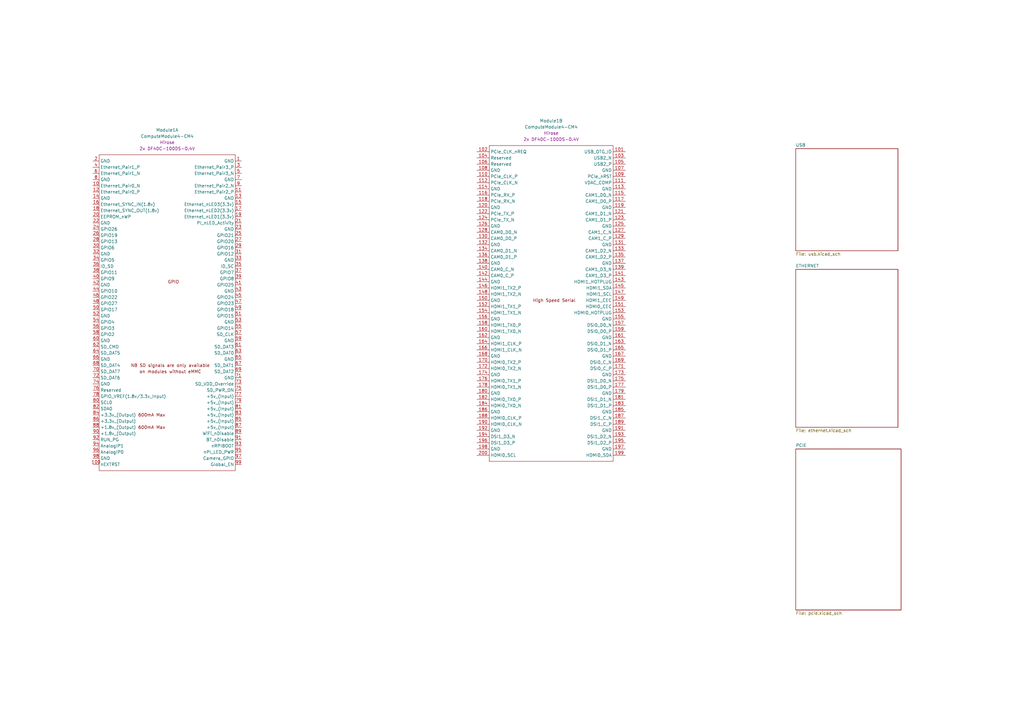
<source format=kicad_sch>
(kicad_sch (version 20250114) (generator "eeschema") (generator_version "9.0")
  (paper "A3")
  (lib_symbols
    (symbol "CM4IO:ComputeModule4-CM4"
      (property "Reference" "Module" (at 113.03 -68.58 0))
      (property "Value" "ComputeModule4-CM4" (at 140.97 2.54 0))
      (property "Field4" "Hirose" (at 0 0 0))
      (property "Field5" "2x DF40C-100DS-0.4V" (at 0 -2.54 0))
      (symbol "ComputeModule4-CM4_1_0"
        (text "GPIO" (at 0 6.35 0) (effects (font (size 1.27 1.27))))
      )
      (symbol "ComputeModule4-CM4_1_1"
        (rectangle (start -30.48 -71.12) (end 25.4 58.42))
        (text "600mA Max" (at -8.89 -48.26 0) (effects (font (size 1.27 1.27))))
        (text "600mA Max" (at -8.89 -53.34 0) (effects (font (size 1.27 1.27))))
        (text "NB SD signals are only available" (at -1.27 -27.94 0) (effects (font (size 1.27 1.27))))
        (text "on modules without eMMC" (at -1.27 -30.48 0) (effects (font (size 1.27 1.27))))
        (pin power_in line (at -33.02 55.88 0) (length 2.54) (name "GND") (number "2"))
        (pin passive line (at -33.02 53.34 0) (length 2.54) (name "Ethernet_Pair1_P") (number "4"))
        (pin passive line (at -33.02 50.8 0) (length 2.54) (name "Ethernet_Pair1_N") (number "6"))
        (pin power_in line (at -33.02 48.26 0) (length 2.54) (name "GND") (number "8"))
        (pin passive line (at -33.02 45.72 0) (length 2.54) (name "Ethernet_Pair0_N") (number "10"))
        (pin passive line (at -33.02 43.18 0) (length 2.54) (name "Ethernet_Pair0_P") (number "12"))
        (pin power_in line (at -33.02 40.64 0) (length 2.54) (name "GND") (number "14"))
        (pin input line (at -33.02 38.1 0) (length 2.54) (name "Ethernet_SYNC_IN(1.8v)") (number "16"))
        (pin input line (at -33.02 35.56 0) (length 2.54) (name "Ethernet_SYNC_OUT(1.8v)") (number "18"))
        (pin passive line (at -33.02 33.02 0) (length 2.54) (name "EEPROM_nWP") (number "20"))
        (pin power_in line (at -33.02 30.48 0) (length 2.54) (name "GND") (number "22"))
        (pin passive line (at -33.02 27.94 0) (length 2.54) (name "GPIO26") (number "24"))
        (pin passive line (at -33.02 25.4 0) (length 2.54) (name "GPIO19") (number "26"))
        (pin passive line (at -33.02 22.86 0) (length 2.54) (name "GPIO13") (number "28"))
        (pin passive line (at -33.02 20.32 0) (length 2.54) (name "GPIO6") (number "30"))
        (pin power_in line (at -33.02 17.78 0) (length 2.54) (name "GND") (number "32"))
        (pin passive line (at -33.02 15.24 0) (length 2.54) (name "GPIO5") (number "34"))
        (pin passive line (at -33.02 12.7 0) (length 2.54) (name "ID_SD") (number "36"))
        (pin passive line (at -33.02 10.16 0) (length 2.54) (name "GPIO11") (number "38"))
        (pin passive line (at -33.02 7.62 0) (length 2.54) (name "GPIO9") (number "40"))
        (pin power_in line (at -33.02 5.08 0) (length 2.54) (name "GND") (number "42"))
        (pin passive line (at -33.02 2.54 0) (length 2.54) (name "GPIO10") (number "44"))
        (pin passive line (at -33.02 0 0) (length 2.54) (name "GPIO22") (number "46"))
        (pin passive line (at -33.02 -2.54 0) (length 2.54) (name "GPIO27") (number "48"))
        (pin passive line (at -33.02 -5.08 0) (length 2.54) (name "GPIO17") (number "50"))
        (pin power_in line (at -33.02 -7.62 0) (length 2.54) (name "GND") (number "52"))
        (pin passive line (at -33.02 -10.16 0) (length 2.54) (name "GPIO4") (number "54"))
        (pin passive line (at -33.02 -12.7 0) (length 2.54) (name "GPIO3") (number "56"))
        (pin passive line (at -33.02 -15.24 0) (length 2.54) (name "GPIO2") (number "58"))
        (pin power_in line (at -33.02 -17.78 0) (length 2.54) (name "GND") (number "60"))
        (pin passive line (at -33.02 -20.32 0) (length 2.54) (name "SD_CMD") (number "62"))
        (pin passive line (at -33.02 -22.86 0) (length 2.54) (name "SD_DAT5") (number "64"))
        (pin power_in line (at -33.02 -25.4 0) (length 2.54) (name "GND") (number "66"))
        (pin passive line (at -33.02 -27.94 0) (length 2.54) (name "SD_DAT4") (number "68"))
        (pin passive line (at -33.02 -30.48 0) (length 2.54) (name "SD_DAT7") (number "70"))
        (pin passive line (at -33.02 -33.02 0) (length 2.54) (name "SD_DAT6") (number "72"))
        (pin power_in line (at -33.02 -35.56 0) (length 2.54) (name "GND") (number "74"))
        (pin passive line (at -33.02 -38.1 0) (length 2.54) (name "Reserved") (number "76"))
        (pin power_in line (at -33.02 -40.64 0) (length 2.54) (name "GPIO_VREF(1.8v/3.3v_Input)") (number "78"))
        (pin passive line (at -33.02 -43.18 0) (length 2.54) (name "SCL0") (number "80"))
        (pin passive line (at -33.02 -45.72 0) (length 2.54) (name "SDA0") (number "82"))
        (pin power_out line (at -33.02 -48.26 0) (length 2.54) (name "+3.3v_(Output)") (number "84"))
        (pin power_out line (at -33.02 -50.8 0) (length 2.54) (name "+3.3v_(Output)") (number "86"))
        (pin power_out line (at -33.02 -53.34 0) (length 2.54) (name "+1.8v_(Output)") (number "88"))
        (pin power_out line (at -33.02 -55.88 0) (length 2.54) (name "+1.8v_(Output)") (number "90"))
        (pin passive line (at -33.02 -58.42 0) (length 2.54) (name "RUN_PG") (number "92"))
        (pin passive line (at -33.02 -60.96 0) (length 2.54) (name "AnalogIP1") (number "94"))
        (pin passive line (at -33.02 -63.5 0) (length 2.54) (name "AnalogIP0") (number "96"))
        (pin power_in line (at -33.02 -66.04 0) (length 2.54) (name "GND") (number "98"))
        (pin output line (at -33.02 -68.58 0) (length 2.54) (name "nEXTRST") (number "100"))
        (pin power_in line (at 27.94 55.88 180) (length 2.54) (name "GND") (number "1"))
        (pin passive line (at 27.94 53.34 180) (length 2.54) (name "Ethernet_Pair3_P") (number "3"))
        (pin passive line (at 27.94 50.8 180) (length 2.54) (name "Ethernet_Pair3_N") (number "5"))
        (pin power_in line (at 27.94 48.26 180) (length 2.54) (name "GND") (number "7"))
        (pin passive line (at 27.94 45.72 180) (length 2.54) (name "Ethernet_Pair2_N") (number "9"))
        (pin passive line (at 27.94 43.18 180) (length 2.54) (name "Ethernet_Pair2_P") (number "11"))
        (pin power_in line (at 27.94 40.64 180) (length 2.54) (name "GND") (number "13"))
        (pin output line (at 27.94 38.1 180) (length 2.54) (name "Ethernet_nLED3(3.3v)") (number "15"))
        (pin output line (at 27.94 35.56 180) (length 2.54) (name "Ethernet_nLED2(3.3v)") (number "17"))
        (pin output line (at 27.94 33.02 180) (length 2.54) (name "Ethernet_nLED1(3.3v)") (number "19"))
        (pin open_collector line (at 27.94 30.48 180) (length 2.54) (name "PI_nLED_Activity") (number "21"))
        (pin power_in line (at 27.94 27.94 180) (length 2.54) (name "GND") (number "23"))
        (pin passive line (at 27.94 25.4 180) (length 2.54) (name "GPIO21") (number "25"))
        (pin passive line (at 27.94 22.86 180) (length 2.54) (name "GPIO20") (number "27"))
        (pin passive line (at 27.94 20.32 180) (length 2.54) (name "GPIO16") (number "29"))
        (pin passive line (at 27.94 17.78 180) (length 2.54) (name "GPIO12") (number "31"))
        (pin power_in line (at 27.94 15.24 180) (length 2.54) (name "GND") (number "33"))
        (pin passive line (at 27.94 12.7 180) (length 2.54) (name "ID_SC") (number "35"))
        (pin passive line (at 27.94 10.16 180) (length 2.54) (name "GPIO7") (number "37"))
        (pin passive line (at 27.94 7.62 180) (length 2.54) (name "GPIO8") (number "39"))
        (pin passive line (at 27.94 5.08 180) (length 2.54) (name "GPIO25") (number "41"))
        (pin power_in line (at 27.94 2.54 180) (length 2.54) (name "GND") (number "43"))
        (pin passive line (at 27.94 0 180) (length 2.54) (name "GPIO24") (number "45"))
        (pin passive line (at 27.94 -2.54 180) (length 2.54) (name "GPIO23") (number "47"))
        (pin passive line (at 27.94 -5.08 180) (length 2.54) (name "GPIO18") (number "49"))
        (pin passive line (at 27.94 -7.62 180) (length 2.54) (name "GPIO15") (number "51"))
        (pin power_in line (at 27.94 -10.16 180) (length 2.54) (name "GND") (number "53"))
        (pin passive line (at 27.94 -12.7 180) (length 2.54) (name "GPIO14") (number "55"))
        (pin passive line (at 27.94 -15.24 180) (length 2.54) (name "SD_CLK") (number "57"))
        (pin power_in line (at 27.94 -17.78 180) (length 2.54) (name "GND") (number "59"))
        (pin passive line (at 27.94 -20.32 180) (length 2.54) (name "SD_DAT3") (number "61"))
        (pin passive line (at 27.94 -22.86 180) (length 2.54) (name "SD_DAT0") (number "63"))
        (pin power_in line (at 27.94 -25.4 180) (length 2.54) (name "GND") (number "65"))
        (pin passive line (at 27.94 -27.94 180) (length 2.54) (name "SD_DAT1") (number "67"))
        (pin passive line (at 27.94 -30.48 180) (length 2.54) (name "SD_DAT2") (number "69"))
        (pin power_in line (at 27.94 -33.02 180) (length 2.54) (name "GND") (number "71"))
        (pin input line (at 27.94 -35.56 180) (length 2.54) (name "SD_VDD_Override") (number "73"))
        (pin output line (at 27.94 -38.1 180) (length 2.54) (name "SD_PWR_ON") (number "75"))
        (pin power_in line (at 27.94 -40.64 180) (length 2.54) (name "+5v_(Input)") (number "77"))
        (pin power_in line (at 27.94 -43.18 180) (length 2.54) (name "+5v_(Input)") (number "79"))
        (pin power_in line (at 27.94 -45.72 180) (length 2.54) (name "+5v_(Input)") (number "81"))
        (pin power_in line (at 27.94 -48.26 180) (length 2.54) (name "+5v_(Input)") (number "83"))
        (pin power_in line (at 27.94 -50.8 180) (length 2.54) (name "+5v_(Input)") (number "85"))
        (pin power_in line (at 27.94 -53.34 180) (length 2.54) (name "+5v_(Input)") (number "87"))
        (pin power_in line (at 27.94 -55.88 180) (length 2.54) (name "WiFi_nDisable") (number "89"))
        (pin power_in line (at 27.94 -58.42 180) (length 2.54) (name "BT_nDisable") (number "91"))
        (pin input line (at 27.94 -60.96 180) (length 2.54) (name "nRPIBOOT") (number "93"))
        (pin output line (at 27.94 -63.5 180) (length 2.54) (name "nPI_LED_PWR") (number "95"))
        (pin passive line (at 27.94 -66.04 180) (length 2.54) (name "Camera_GPIO") (number "97"))
        (pin input line (at 27.94 -68.58 180) (length 2.54) (name "Global_EN") (number "99"))
      )
      (symbol "ComputeModule4-CM4_2_1"
        (rectangle (start 114.3 -66.04) (end 165.1 63.5))
        (text "High Speed Serial" (at 140.97 0 0) (effects (font (size 1.27 1.27))))
        (pin input line (at 109.22 60.96 0) (length 5.08) (name "PCIe_CLK_nREQ") (number "102"))
        (pin passive line (at 109.22 58.42 0) (length 5.08) (name "Reserved") (number "104"))
        (pin passive line (at 109.22 55.88 0) (length 5.08) (name "Reserved") (number "106"))
        (pin power_in line (at 109.22 53.34 0) (length 5.08) (name "GND") (number "108"))
        (pin output line (at 109.22 50.8 0) (length 5.08) (name "PCIe_CLK_P") (number "110"))
        (pin output line (at 109.22 48.26 0) (length 5.08) (name "PCIe_CLK_N") (number "112"))
        (pin power_in line (at 109.22 45.72 0) (length 5.08) (name "GND") (number "114"))
        (pin input line (at 109.22 43.18 0) (length 5.08) (name "PCIe_RX_P") (number "116"))
        (pin input line (at 109.22 40.64 0) (length 5.08) (name "PCIe_RX_N") (number "118"))
        (pin power_in line (at 109.22 38.1 0) (length 5.08) (name "GND") (number "120"))
        (pin output line (at 109.22 35.56 0) (length 5.08) (name "PCIe_TX_P") (number "122"))
        (pin output line (at 109.22 33.02 0) (length 5.08) (name "PCIe_TX_N") (number "124"))
        (pin power_in line (at 109.22 30.48 0) (length 5.08) (name "GND") (number "126"))
        (pin input line (at 109.22 27.94 0) (length 5.08) (name "CAM0_D0_N") (number "128"))
        (pin input line (at 109.22 25.4 0) (length 5.08) (name "CAM0_D0_P") (number "130"))
        (pin power_in line (at 109.22 22.86 0) (length 5.08) (name "GND") (number "132"))
        (pin input line (at 109.22 20.32 0) (length 5.08) (name "CAM0_D1_N") (number "134"))
        (pin input line (at 109.22 17.78 0) (length 5.08) (name "CAM0_D1_P") (number "136"))
        (pin power_in line (at 109.22 15.24 0) (length 5.08) (name "GND") (number "138"))
        (pin input line (at 109.22 12.7 0) (length 5.08) (name "CAM0_C_N") (number "140"))
        (pin input line (at 109.22 10.16 0) (length 5.08) (name "CAM0_C_P") (number "142"))
        (pin power_in line (at 109.22 7.62 0) (length 5.08) (name "GND") (number "144"))
        (pin output line (at 109.22 5.08 0) (length 5.08) (name "HDMI1_TX2_P") (number "146"))
        (pin output line (at 109.22 2.54 0) (length 5.08) (name "HDMI1_TX2_N") (number "148"))
        (pin power_in line (at 109.22 0 0) (length 5.08) (name "GND") (number "150"))
        (pin output line (at 109.22 -2.54 0) (length 5.08) (name "HDMI1_TX1_P") (number "152"))
        (pin output line (at 109.22 -5.08 0) (length 5.08) (name "HDMI1_TX1_N") (number "154"))
        (pin power_in line (at 109.22 -7.62 0) (length 5.08) (name "GND") (number "156"))
        (pin output line (at 109.22 -10.16 0) (length 5.08) (name "HDMI1_TX0_P") (number "158"))
        (pin output line (at 109.22 -12.7 0) (length 5.08) (name "HDMI1_TX0_N") (number "160"))
        (pin power_in line (at 109.22 -15.24 0) (length 5.08) (name "GND") (number "162"))
        (pin output line (at 109.22 -17.78 0) (length 5.08) (name "HDMI1_CLK_P") (number "164"))
        (pin output line (at 109.22 -20.32 0) (length 5.08) (name "HDMI1_CLK_N") (number "166"))
        (pin power_in line (at 109.22 -22.86 0) (length 5.08) (name "GND") (number "168"))
        (pin output line (at 109.22 -25.4 0) (length 5.08) (name "HDMI0_TX2_P") (number "170"))
        (pin output line (at 109.22 -27.94 0) (length 5.08) (name "HDMI0_TX2_N") (number "172"))
        (pin power_in line (at 109.22 -30.48 0) (length 5.08) (name "GND") (number "174"))
        (pin output line (at 109.22 -33.02 0) (length 5.08) (name "HDMI0_TX1_P") (number "176"))
        (pin output line (at 109.22 -35.56 0) (length 5.08) (name "HDMI0_TX1_N") (number "178"))
        (pin power_in line (at 109.22 -38.1 0) (length 5.08) (name "GND") (number "180"))
        (pin output line (at 109.22 -40.64 0) (length 5.08) (name "HDMI0_TX0_P") (number "182"))
        (pin output line (at 109.22 -43.18 0) (length 5.08) (name "HDMI0_TX0_N") (number "184"))
        (pin power_in line (at 109.22 -45.72 0) (length 5.08) (name "GND") (number "186"))
        (pin output line (at 109.22 -48.26 0) (length 5.08) (name "HDMI0_CLK_P") (number "188"))
        (pin output line (at 109.22 -50.8 0) (length 5.08) (name "HDMI0_CLK_N") (number "190"))
        (pin power_in line (at 109.22 -53.34 0) (length 5.08) (name "GND") (number "192"))
        (pin output line (at 109.22 -55.88 0) (length 5.08) (name "DSI1_D3_N") (number "194"))
        (pin output line (at 109.22 -58.42 0) (length 5.08) (name "DSI1_D3_P") (number "196"))
        (pin power_in line (at 109.22 -60.96 0) (length 5.08) (name "GND") (number "198"))
        (pin open_collector line (at 109.22 -63.5 0) (length 5.08) (name "HDMI0_SCL") (number "200"))
        (pin input line (at 170.18 60.96 180) (length 5.08) (name "USB_OTG_ID") (number "101"))
        (pin passive line (at 170.18 58.42 180) (length 5.08) (name "USB2_N") (number "103"))
        (pin passive line (at 170.18 55.88 180) (length 5.08) (name "USB2_P") (number "105"))
        (pin power_in line (at 170.18 53.34 180) (length 5.08) (name "GND") (number "107"))
        (pin bidirectional line (at 170.18 50.8 180) (length 5.08) (name "PCIe_nRST") (number "109"))
        (pin passive line (at 170.18 48.26 180) (length 5.08) (name "VDAC_COMP") (number "111"))
        (pin power_in line (at 170.18 45.72 180) (length 5.08) (name "GND") (number "113"))
        (pin input line (at 170.18 43.18 180) (length 5.08) (name "CAM1_D0_N") (number "115"))
        (pin input line (at 170.18 40.64 180) (length 5.08) (name "CAM1_D0_P") (number "117"))
        (pin power_in line (at 170.18 38.1 180) (length 5.08) (name "GND") (number "119"))
        (pin input line (at 170.18 35.56 180) (length 5.08) (name "CAM1_D1_N") (number "121"))
        (pin input line (at 170.18 33.02 180) (length 5.08) (name "CAM1_D1_P") (number "123"))
        (pin power_in line (at 170.18 30.48 180) (length 5.08) (name "GND") (number "125"))
        (pin input line (at 170.18 27.94 180) (length 5.08) (name "CAM1_C_N") (number "127"))
        (pin input line (at 170.18 25.4 180) (length 5.08) (name "CAM1_C_P") (number "129"))
        (pin power_in line (at 170.18 22.86 180) (length 5.08) (name "GND") (number "131"))
        (pin input line (at 170.18 20.32 180) (length 5.08) (name "CAM1_D2_N") (number "133"))
        (pin input line (at 170.18 17.78 180) (length 5.08) (name "CAM1_D2_P") (number "135"))
        (pin power_in line (at 170.18 15.24 180) (length 5.08) (name "GND") (number "137"))
        (pin input line (at 170.18 12.7 180) (length 5.08) (name "CAM1_D3_N") (number "139"))
        (pin input line (at 170.18 10.16 180) (length 5.08) (name "CAM1_D3_P") (number "141"))
        (pin input line (at 170.18 7.62 180) (length 5.08) (name "HDMI1_HOTPLUG") (number "143"))
        (pin bidirectional line (at 170.18 5.08 180) (length 5.08) (name "HDMI1_SDA") (number "145"))
        (pin open_collector line (at 170.18 2.54 180) (length 5.08) (name "HDMI1_SCL") (number "147"))
        (pin open_collector line (at 170.18 0 180) (length 5.08) (name "HDMI1_CEC") (number "149"))
        (pin open_collector line (at 170.18 -2.54 180) (length 5.08) (name "HDMI0_CEC") (number "151"))
        (pin input line (at 170.18 -5.08 180) (length 5.08) (name "HDMI0_HOTPLUG") (number "153"))
        (pin power_in line (at 170.18 -7.62 180) (length 5.08) (name "GND") (number "155"))
        (pin output line (at 170.18 -10.16 180) (length 5.08) (name "DSI0_D0_N") (number "157"))
        (pin output line (at 170.18 -12.7 180) (length 5.08) (name "DSI0_D0_P") (number "159"))
        (pin power_in line (at 170.18 -15.24 180) (length 5.08) (name "GND") (number "161"))
        (pin output line (at 170.18 -17.78 180) (length 5.08) (name "DSI0_D1_N") (number "163"))
        (pin output line (at 170.18 -20.32 180) (length 5.08) (name "DSI0_D1_P") (number "165"))
        (pin power_in line (at 170.18 -22.86 180) (length 5.08) (name "GND") (number "167"))
        (pin output line (at 170.18 -25.4 180) (length 5.08) (name "DSI0_C_N") (number "169"))
        (pin output line (at 170.18 -27.94 180) (length 5.08) (name "DSI0_C_P") (number "171"))
        (pin power_in line (at 170.18 -30.48 180) (length 5.08) (name "GND") (number "173"))
        (pin output line (at 170.18 -33.02 180) (length 5.08) (name "DSI1_D0_N") (number "175"))
        (pin output line (at 170.18 -35.56 180) (length 5.08) (name "DSI1_D0_P") (number "177"))
        (pin power_in line (at 170.18 -38.1 180) (length 5.08) (name "GND") (number "179"))
        (pin output line (at 170.18 -40.64 180) (length 5.08) (name "DSI1_D1_N") (number "181"))
        (pin output line (at 170.18 -43.18 180) (length 5.08) (name "DSI1_D1_P") (number "183"))
        (pin power_in line (at 170.18 -45.72 180) (length 5.08) (name "GND") (number "185"))
        (pin output line (at 170.18 -48.26 180) (length 5.08) (name "DSI1_C_N") (number "187"))
        (pin output line (at 170.18 -50.8 180) (length 5.08) (name "DSI1_C_P") (number "189"))
        (pin power_in line (at 170.18 -53.34 180) (length 5.08) (name "GND") (number "191"))
        (pin output line (at 170.18 -55.88 180) (length 5.08) (name "DSI1_D2_N") (number "193"))
        (pin output line (at 170.18 -58.42 180) (length 5.08) (name "DSI1_D2_P") (number "195"))
        (pin power_in line (at 170.18 -60.96 180) (length 5.08) (name "GND") (number "197"))
        (pin bidirectional line (at 170.18 -63.5 180) (length 5.08) (name "HDMI0_SDA") (number "199"))
      )
    )
  )
  (symbol (lib_id "CM4IO:ComputeModule4-CM4") (at 71.12 121.92 0) (unit 1)
    (property "Reference" "Module1" (at 68.58 53.34 0))
    (property "Value" "ComputeModule4-CM4" (at 68.58 55.88 0))
    (property "Footprint" "router-footprints:Raspberry-Pi-4-Compute-Module" (effects (hide yes)))
    (property "Field4" "Hirose" (at 68.58 58.42 0))
    (property "Field5" "2x DF40C-100DS-0.4V" (at 68.58 60.96 0))
  )
  (symbol (lib_id "CM4IO:ComputeModule4-CM4") (at 86.36 123.19 0) (unit 2)
    (property "Reference" "Module1" (at 226.06 49.53 0))
    (property "Value" "ComputeModule4-CM4" (at 226.06 52.07 0))
    (property "Footprint" "router-footprints:Raspberry-Pi-4-Compute-Module" (effects (hide yes)))
    (property "Field4" "Hirose" (at 226.06 54.61 0))
    (property "Field5" "2x DF40C-100DS-0.4V" (at 226.06 57.15 0))
  )
  (sheet (at 326.39 60.96) (size 41.91 41.91) (stroke (width 0.1524))
    (property "Sheetname" "USB" (at 326.39 60.2484 0) (effects (justify left bottom)))
    (property "Sheetfile" "usb.kicad_sch" (at 326.39 103.4546 0) (effects (justify left top)))
  )
  (sheet (at 326.39 184.15) (size 43.18 66.04) (stroke (width 0.1524))
    (property "Sheetname" "PCIE" (at 326.39 183.4384 0) (effects (justify left bottom)))
    (property "Sheetfile" "pcie.kicad_sch" (at 326.39 250.7746 0) (effects (justify left top)))
  )
  (sheet (at 326.39 110.49) (size 41.91 64.77) (stroke (width 0.1524))
    (property "Sheetname" "ETHERNET" (at 326.39 109.7784 0) (effects (justify left bottom)))
    (property "Sheetfile" "ethernet.kicad_sch" (at 326.39 175.8446 0) (effects (justify left top)))
  )
)
</source>
